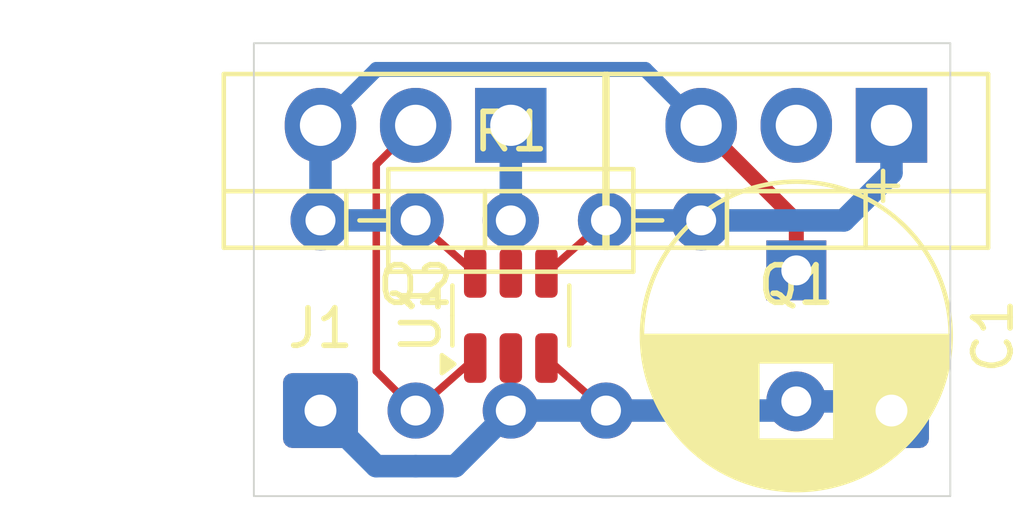
<source format=kicad_pcb>
(kicad_pcb (version 20241229) (generator "pcbnew") (generator_version "9.0")
  (layers (0 "F.Cu" signal) (2 "B.Cu" signal) (13 "F.Paste" user) (15 "B.Paste" user) (5 "F.SilkS" user "F.Silkscreen") (7 "B.SilkS" user "B.Silkscreen") (1 "F.Mask" user) (3 "B.Mask" user) (25 "Edge.Cuts" user))
  (net 0 "")
  (net 1 "GND")
  (net 2 "/+vout")
  (net 3 "/+vin")
  (net 4 "Net-(Q1-G)")
  (net 5 "Net-(Q2-G)")
  (net 6 "/+batt")
  (footprint "loadsharing:TSOT-23-6" (layer "F.Cu") (at 146.05 71.12 90)
    (property "Reference" "U1" (at 0 -2.4 90) (layer "F.SilkS"))
    (property "Value" "LTC4412xS6")
    (fp_line (start 1.1375 -0.95) (end 2.54 -2.54) (stroke (width 0.2)) (layer "F.Cu"))
    (fp_line (start -1.1375 -0.95) (end -2.54 -2.54) (stroke (width 0.2)) (layer "F.Cu"))
    (fp_line (start 1.1375 0) (end 2.54 0) (stroke (width 0.2)) (layer "F.Cu"))
    (fp_line (start -1.1375 0) (end -2.54 0) (stroke (width 0.2)) (layer "F.Cu"))
    (fp_line (start 1.1375 0.95) (end 2.54 2.54) (stroke (width 0.2)) (layer "F.Cu"))
    (fp_line (start -1.1375 0.95) (end -2.54 2.54) (stroke (width 0.2)) (layer "F.Cu"))
    (fp_line (start 0 -1.56) (end 0.8 -1.56) (stroke (width 0.12)) (layer "F.SilkS"))
    (fp_line (start 0 -1.56) (end -0.8 -1.56) (stroke (width 0.12)) (layer "F.SilkS"))
    (fp_line (start 0 1.56) (end 0.8 1.56) (stroke (width 0.12)) (layer "F.SilkS"))
    (fp_line (start 0 1.56) (end -0.8 1.56) (stroke (width 0.12)) (layer "F.SilkS"))
    (fp_poly (pts (xy -1.3 -1.51) (xy -1.54 -1.84) (xy -1.06 -1.84)) (stroke (width 0.12)) (fill yes) (layer "F.SilkS"))
    (pad "" smd roundrect (at -1.1375 -0.95 90) (size 1.325 0.6) (layers "F.Cu" "F.Mask" "F.Paste"))
    (pad "" smd roundrect (at -1.1375 0 90) (size 1.325 0.6) (layers "F.Cu" "F.Mask" "F.Paste"))
    (pad "" smd roundrect (at -1.1375 0.95 90) (size 1.325 0.6) (layers "F.Cu" "F.Mask" "F.Paste"))
    (pad "" smd roundrect (at 1.1375 -0.95 90) (size 1.325 0.6) (layers "F.Cu" "F.Mask" "F.Paste"))
    (pad "" smd roundrect (at 1.1375 0 90) (size 1.325 0.6) (layers "F.Cu" "F.Mask" "F.Paste"))
    (pad "" smd roundrect (at 1.1375 0.95 90) (size 1.325 0.6) (layers "F.Cu" "F.Mask" "F.Paste"))
    (pad "1" thru_hole circle (at -2.54 -2.54 90) (size 1.5 1.5) (drill 0.8) (layers "*.Cu" "F.Mask" "F.Paste") (net 6 "/+batt"))
    (pad "2" thru_hole circle (at -2.54 0 90) (size 1.5 1.5) (drill 0.8) (layers "*.Cu" "F.Mask" "F.Paste") (net 1 "GND"))
    (pad "3" thru_hole circle (at -2.54 2.54 90) (size 1.5 1.5) (drill 0.8) (layers "*.Cu" "F.Mask" "F.Paste") (net 1 "GND"))
    (pad "4" thru_hole circle (at 2.54 2.54 90) (size 1.5 1.5) (drill 0.8) (layers "*.Cu" "F.Mask" "F.Paste") (net 4 "Net-(Q1-G)"))
    (pad "5" thru_hole circle (at 2.54 0 90) (size 1.5 1.5) (drill 0.8) (layers "*.Cu" "F.Mask" "F.Paste") (net 5 "Net-(Q2-G)"))
    (pad "6" thru_hole circle (at 2.54 -2.54 90) (size 1.5 1.5) (drill 0.8) (layers "*.Cu" "F.Mask" "F.Paste") (net 2 "/+vout"))
  )
  (footprint "loadsharing:SolderWire-0.25sqmm_1x01_D0.65mm_OD2mm" (layer "F.Cu") (at 140.97 73.66)
    (property "Reference" "J1" (at 0 -2.2 0) (layer "F.SilkS"))
    (property "Value" "Screw_Terminal_01x01")
    (pad "1" thru_hole roundrect (at 0 0) (size 2 2) (drill 0.85) (layers "*.Cu" "*.Mask") (roundrect_rratio 0.125) (net 1 "GND"))
  )
  (footprint "loadsharing:TO-220-3_Vertical" (layer "F.Cu") (at 156.21 66.04 180)
    (property "Reference" "Q1" (at 2.54 -4.27 0) (layer "F.SilkS"))
    (property "Value" "IRF4905")
    (fp_line (start 7.66 -3.27) (end 7.66 1.371) (stroke (width 0.12)) (layer "F.SilkS"))
    (fp_line (start 4.391 -3.27) (end 4.391 -1.76) (stroke (width 0.12)) (layer "F.SilkS"))
    (fp_line (start 0.69 -3.27) (end 0.69 -1.76) (stroke (width 0.12)) (layer "F.SilkS"))
    (fp_line (start -2.58 1.371) (end 7.66 1.371) (stroke (width 0.12)) (layer "F.SilkS"))
    (fp_line (start -2.58 -1.76) (end 7.66 -1.76) (stroke (width 0.12)) (layer "F.SilkS"))
    (fp_line (start -2.58 -3.27) (end 7.66 -3.27) (stroke (width 0.12)) (layer "F.SilkS"))
    (fp_line (start -2.58 -3.27) (end -2.58 1.371) (stroke (width 0.12)) (layer "F.SilkS"))
    (pad "1" thru_hole rect (at 0 0 180) (size 1.905 2) (drill 1.1) (layers "*.Cu" "*.Mask") (net 4 "Net-(Q1-G)"))
    (pad "2" thru_hole oval (at 2.54 0 180) (size 1.905 2) (drill 1.1) (layers "*.Cu" "*.Mask") (net 3 "/+vin"))
    (pad "3" thru_hole oval (at 5.08 0 180) (size 1.905 2) (drill 1.1) (layers "*.Cu" "*.Mask") (net 2 "/+vout"))
  )
  (footprint "loadsharing:R_Axial_DIN0207_L6.3mm_D2.5mm_P10.16mm_Horizontal" (layer "F.Cu") (at 140.97 68.58)
    (property "Reference" "R1" (at 5.08 -2.37 0) (layer "F.SilkS"))
    (property "Value" "470k")
    (fp_line (start 1.04 0) (end 1.81 0) (stroke (width 0.12)) (layer "F.SilkS"))
    (fp_line (start 1.81 -1.37) (end 1.81 1.37) (stroke (width 0.12)) (layer "F.SilkS"))
    (fp_line (start 1.81 1.37) (end 8.35 1.37) (stroke (width 0.12)) (layer "F.SilkS"))
    (fp_line (start 8.35 -1.37) (end 1.81 -1.37) (stroke (width 0.12)) (layer "F.SilkS"))
    (fp_line (start 8.35 1.37) (end 8.35 -1.37) (stroke (width 0.12)) (layer "F.SilkS"))
    (fp_line (start 9.12 0) (end 8.35 0) (stroke (width 0.12)) (layer "F.SilkS"))
    (pad "1" thru_hole circle (at 0 0) (size 1.6 1.6) (drill 0.8) (layers "*.Cu" "*.Mask") (net 2 "/+vout"))
    (pad "2" thru_hole oval (at 10.16 0) (size 1.6 1.6) (drill 0.8) (layers "*.Cu" "*.Mask") (net 4 "Net-(Q1-G)"))
  )
  (footprint "loadsharing:" (layer "F.Cu") (at 156.21 73.66)
    (property "Reference" "" (at 0 0 0) (layer "F.SilkS") (effects (font (size 1.27 1.27))))
    (property "Value" "")
    (pad "1" thru_hole roundrect (at 0 0) (size 2 2) (drill 0.85) (layers "*.Cu" "*.Mask") (roundrect_rratio 0.125) (net 1 "GND"))
  )
  (footprint "loadsharing:TO-220-3_Vertical" (layer "F.Cu") (at 146.05 66.04 180)
    (property "Reference" "Q2" (at 2.54 -4.27 0) (layer "F.SilkS"))
    (property "Value" "IRF4905")
    (fp_line (start 7.66 -3.27) (end 7.66 1.371) (stroke (width 0.12)) (layer "F.SilkS"))
    (fp_line (start 4.391 -3.27) (end 4.391 -1.76) (stroke (width 0.12)) (layer "F.SilkS"))
    (fp_line (start 0.69 -3.27) (end 0.69 -1.76) (stroke (width 0.12)) (layer "F.SilkS"))
    (fp_line (start -2.58 1.371) (end 7.66 1.371) (stroke (width 0.12)) (layer "F.SilkS"))
    (fp_line (start -2.58 -1.76) (end 7.66 -1.76) (stroke (width 0.12)) (layer "F.SilkS"))
    (fp_line (start -2.58 -3.27) (end 7.66 -3.27) (stroke (width 0.12)) (layer "F.SilkS"))
    (fp_line (start -2.58 -3.27) (end -2.58 1.371) (stroke (width 0.12)) (layer "F.SilkS"))
    (pad "1" thru_hole rect (at 0 0 180) (size 1.905 2) (drill 1.1) (layers "*.Cu" "*.Mask") (net 5 "Net-(Q2-G)"))
    (pad "2" thru_hole oval (at 2.54 0 180) (size 1.905 2) (drill 1.1) (layers "*.Cu" "*.Mask") (net 6 "/+batt"))
    (pad "3" thru_hole oval (at 5.08 0 180) (size 1.905 2) (drill 1.1) (layers "*.Cu" "*.Mask") (net 2 "/+vout"))
  )
  (footprint "loadsharing:CP_Radial_D8.0mm_P3.50mm" (layer "F.Cu") (at 153.67 69.915126 -90)
    (property "Reference" "C1" (at 1.749999 -5.25 90) (layer "F.SilkS"))
    (property "Value" "47u")
    (fp_line (start 2.87 1.040001) (end 2.87 3.925001) (stroke (width 0.12)) (layer "F.SilkS"))
    (fp_line (start 3.03 1.040001) (end 3.03 3.875999) (stroke (width 0.12)) (layer "F.SilkS"))
    (fp_line (start 3.47 1.040001) (end 3.47 3.704) (stroke (width 0.12)) (layer "F.SilkS"))
    (fp_line (start 3.91 1.040001) (end 3.91 3.468) (stroke (width 0.12)) (layer "F.SilkS"))
    (fp_line (start 4.35 1.040001) (end 4.349999 3.156) (stroke (width 0.12)) (layer "F.SilkS"))
    (fp_line (start 2.47 1.04) (end 2.47 4.017) (stroke (width 0.12)) (layer "F.SilkS"))
    (fp_line (start 2.51 1.04) (end 2.51 4.009) (stroke (width 0.12)) (layer "F.SilkS"))
    (fp_line (start 2.55 1.04) (end 2.55 4.002) (stroke (width 0.12)) (layer "F.SilkS"))
    (fp_line (start 2.590001 1.04) (end 2.59 3.993) (stroke (width 0.12)) (layer "F.SilkS"))
    (fp_line (start 2.63 1.04) (end 2.63 3.985) (stroke (width 0.12)) (layer "F.SilkS"))
    (fp_line (start 2.67 1.04) (end 2.670001 3.976) (stroke (width 0.12)) (layer "F.SilkS"))
    (fp_line (start 2.709999 1.04) (end 2.71 3.967) (stroke (width 0.12)) (layer "F.SilkS"))
    (fp_line (start 2.75 1.04) (end 2.75 3.957) (stroke (width 0.12)) (layer "F.SilkS"))
    (fp_line (start 2.79 1.04) (end 2.789999 3.947) (stroke (width 0.12)) (layer "F.SilkS"))
    (fp_line (start 2.83 1.04) (end 2.83 3.936) (stroke (width 0.12)) (layer "F.SilkS"))
    (fp_line (start 2.91 1.04) (end 2.91 3.913) (stroke (width 0.12)) (layer "F.SilkS"))
    (fp_line (start 2.95 1.04) (end 2.95 3.901001) (stroke (width 0.12)) (layer "F.SilkS"))
    (fp_line (start 2.99 1.04) (end 2.99 3.889) (stroke (width 0.12)) (layer "F.SilkS"))
    (fp_line (start 3.07 1.04) (end 3.07 3.863) (stroke (width 0.12)) (layer "F.SilkS"))
    (fp_line (start 3.11 1.04) (end 3.11 3.849) (stroke (width 0.12)) (layer "F.SilkS"))
    (fp_line (start 3.149999 1.04) (end 3.15 3.835) (stroke (width 0.12)) (layer "F.SilkS"))
    (fp_line (start 3.190001 1.04) (end 3.190001 3.82) (stroke (width 0.12)) (layer "F.SilkS"))
    (fp_line (start 3.23 1.04) (end 3.23 3.805) (stroke (width 0.12)) (layer "F.SilkS"))
    (fp_line (start 3.27 1.04) (end 3.27 3.789) (stroke (width 0.12)) (layer "F.SilkS"))
    (fp_line (start 3.309999 1.04) (end 3.31 3.772999) (stroke (width 0.12)) (layer "F.SilkS"))
    (fp_line (start 3.35 1.04) (end 3.35 3.757) (stroke (width 0.12)) (layer "F.SilkS"))
    (fp_line (start 3.39 1.04) (end 3.39 3.739999) (stroke (width 0.12)) (layer "F.SilkS"))
    (fp_line (start 3.43 1.04) (end 3.43 3.722) (stroke (width 0.12)) (layer "F.SilkS"))
    (fp_line (start 3.51 1.04) (end 3.51 3.685) (stroke (width 0.12)) (layer "F.SilkS"))
    (fp_line (start 3.55 1.04) (end 3.550001 3.666) (stroke (width 0.12)) (layer "F.SilkS"))
    (fp_line (start 3.59 1.04) (end 3.59 3.646) (stroke (width 0.12)) (layer "F.SilkS"))
    (fp_line (start 3.630001 1.04) (end 3.63 3.626) (stroke (width 0.12)) (layer "F.SilkS"))
    (fp_line (start 3.67 1.04) (end 3.67 3.605) (stroke (width 0.12)) (layer "F.SilkS"))
    (fp_line (start 3.71 1.04) (end 3.71 3.584) (stroke (width 0.12)) (layer "F.SilkS"))
    (fp_line (start 3.749999 1.04) (end 3.75 3.562) (stroke (width 0.12)) (layer "F.SilkS"))
    (fp_line (start 3.79 1.04) (end 3.79 3.539) (stroke (width 0.12)) (layer "F.SilkS"))
    (fp_line (start 3.83 1.04) (end 3.83 3.515999) (stroke (width 0.12)) (layer "F.SilkS"))
    (fp_line (start 3.87 1.04) (end 3.87 3.493) (stroke (width 0.12)) (layer "F.SilkS"))
    (fp_line (start 3.95 1.04) (end 3.95 3.443) (stroke (width 0.12)) (layer "F.SilkS"))
    (fp_line (start 3.99 1.04) (end 3.99 3.418) (stroke (width 0.12)) (layer "F.SilkS"))
    (fp_line (start 4.03 1.04) (end 4.03 3.392) (stroke (width 0.12)) (layer "F.SilkS"))
    (fp_line (start 4.070001 1.04) (end 4.07 3.365) (stroke (width 0.12)) (layer "F.SilkS"))
    (fp_line (start 4.11 1.04) (end 4.11 3.337) (stroke (width 0.12)) (layer "F.SilkS"))
    (fp_line (start 4.15 1.04) (end 4.15 3.309) (stroke (width 0.12)) (layer "F.SilkS"))
    (fp_line (start 4.189999 1.04) (end 4.19 3.28) (stroke (width 0.12)) (layer "F.SilkS"))
    (fp_line (start 4.23 1.04) (end 4.23 3.25) (stroke (width 0.12)) (layer "F.SilkS"))
    (fp_line (start 4.27 1.04) (end 4.27 3.219) (stroke (width 0.12)) (layer "F.SilkS"))
    (fp_line (start 4.31 1.04) (end 4.31 3.188) (stroke (width 0.12)) (layer "F.SilkS"))
    (fp_line (start 4.39 1.04) (end 4.39 3.123) (stroke (width 0.12)) (layer "F.SilkS"))
    (fp_line (start 4.43 1.04) (end 4.43 3.089) (stroke (width 0.12)) (layer "F.SilkS"))
    (fp_line (start 4.47 1.04) (end 4.47 3.055) (stroke (width 0.12)) (layer "F.SilkS"))
    (fp_line (start 4.510001 1.04) (end 4.51 3.019) (stroke (width 0.12)) (layer "F.SilkS"))
    (fp_line (start 5.83 -0.532999) (end 5.83 0.532999) (stroke (width 0.12)) (layer "F.SilkS"))
    (fp_line (start 5.79 -0.768) (end 5.79 0.768) (stroke (width 0.12)) (layer "F.SilkS"))
    (fp_line (start 5.75 -0.947) (end 5.75 0.947) (stroke (width 0.12)) (layer "F.SilkS"))
    (fp_line (start 5.71 -1.097) (end 5.71 1.097) (stroke (width 0.12)) (layer "F.SilkS"))
    (fp_line (start 5.67 -1.228001) (end 5.67 1.228001) (stroke (width 0.12)) (layer "F.SilkS"))
    (fp_line (start 5.63 -1.346) (end 5.63 1.346) (stroke (width 0.12)) (layer "F.SilkS"))
    (fp_line (start 5.59 -1.453) (end 5.59 1.453) (stroke (width 0.12)) (layer "F.SilkS"))
    (fp_line (start 5.55 -1.552) (end 5.55 1.552) (stroke (width 0.12)) (layer "F.SilkS"))
    (fp_line (start 5.51 -1.644) (end 5.51 1.644) (stroke (width 0.12)) (layer "F.SilkS"))
    (fp_line (start 5.47 -1.731) (end 5.47 1.731) (stroke (width 0.12)) (layer "F.SilkS"))
    (fp_line (start 5.43 -1.813) (end 5.43 1.813) (stroke (width 0.12)) (layer "F.SilkS"))
    (fp_line (start 5.39 -1.89) (end 5.39 1.89) (stroke (width 0.12)) (layer "F.SilkS"))
    (fp_line (start 5.35 -1.964) (end 5.35 1.964) (stroke (width 0.12)) (layer "F.SilkS"))
    (fp_line (start 5.31 -2.034) (end 5.31 2.034) (stroke (width 0.12)) (layer "F.SilkS"))
    (fp_line (start 5.27 -2.101) (end 5.27 2.101) (stroke (width 0.12)) (layer "F.SilkS"))
    (fp_line (start 5.23 -2.165) (end 5.23 2.165) (stroke (width 0.12)) (layer "F.SilkS"))
    (fp_line (start 5.19 -2.227) (end 5.19 2.227) (stroke (width 0.12)) (layer "F.SilkS"))
    (fp_line (start 5.15 -2.287) (end 5.15 2.287) (stroke (width 0.12)) (layer "F.SilkS"))
    (fp_line (start -2.659698 -2.315) (end -1.859698 -2.315) (stroke (width 0.12)) (layer "F.SilkS"))
    (fp_line (start 5.11 -2.344) (end 5.11 2.344) (stroke (width 0.12)) (layer "F.SilkS"))
    (fp_line (start 5.07 -2.4) (end 5.07 2.4) (stroke (width 0.12)) (layer "F.SilkS"))
    (fp_line (start 5.03 -2.453) (end 5.03 2.453) (stroke (width 0.12)) (layer "F.SilkS"))
    (fp_line (start 4.99 -2.505) (end 4.99 2.505) (stroke (width 0.12)) (layer "F.SilkS"))
    (fp_line (start 4.95 -2.555) (end 4.95 2.555) (stroke (width 0.12)) (layer "F.SilkS"))
    (fp_line (start 4.91 -2.604) (end 4.91 2.604) (stroke (width 0.12)) (layer "F.SilkS"))
    (fp_line (start 4.87 -2.651) (end 4.87 2.651) (stroke (width 0.12)) (layer "F.SilkS"))
    (fp_line (start 4.83 -2.696) (end 4.83 2.696) (stroke (width 0.12)) (layer "F.SilkS"))
    (fp_line (start -2.259698 -2.715) (end -2.259698 -1.915) (stroke (width 0.12)) (layer "F.SilkS"))
    (fp_line (start 4.79 -2.741) (end 4.79 2.741) (stroke (width 0.12)) (layer "F.SilkS"))
    (fp_line (start 4.75 -2.784) (end 4.75 2.784) (stroke (width 0.12)) (layer "F.SilkS"))
    (fp_line (start 4.71 -2.826) (end 4.71 2.826) (stroke (width 0.12)) (layer "F.SilkS"))
    (fp_line (start 4.67 -2.867) (end 4.67 2.867) (stroke (width 0.12)) (layer "F.SilkS"))
    (fp_line (start 4.63 -2.906) (end 4.63 2.906) (stroke (width 0.12)) (layer "F.SilkS"))
    (fp_line (start 4.590001 -2.945) (end 4.590001 2.945) (stroke (width 0.12)) (layer "F.SilkS"))
    (fp_line (start 4.549999 -2.982) (end 4.549999 2.982) (stroke (width 0.12)) (layer "F.SilkS"))
    (fp_line (start 4.51 -3.019) (end 4.510001 -1.04) (stroke (width 0.12)) (layer "F.SilkS"))
    (fp_line (start 4.47 -3.055) (end 4.47 -1.04) (stroke (width 0.12)) (layer "F.SilkS"))
    (fp_line (start 4.43 -3.089) (end 4.43 -1.04) (stroke (width 0.12)) (layer "F.SilkS"))
    (fp_line (start 4.39 -3.123) (end 4.39 -1.04) (stroke (width 0.12)) (layer "F.SilkS"))
    (fp_line (start 4.349999 -3.156) (end 4.35 -1.040001) (stroke (width 0.12)) (layer "F.SilkS"))
    (fp_line (start 4.31 -3.188) (end 4.31 -1.04) (stroke (width 0.12)) (layer "F.SilkS"))
    (fp_line (start 4.27 -3.219) (end 4.27 -1.04) (stroke (width 0.12)) (layer "F.SilkS"))
    (fp_line (start 4.23 -3.25) (end 4.23 -1.04) (stroke (width 0.12)) (layer "F.SilkS"))
    (fp_line (start 4.19 -3.28) (end 4.189999 -1.04) (stroke (width 0.12)) (layer "F.SilkS"))
    (fp_line (start 4.15 -3.309) (end 4.15 -1.04) (stroke (width 0.12)) (layer "F.SilkS"))
    (fp_line (start 4.11 -3.337) (end 4.11 -1.04) (stroke (width 0.12)) (layer "F.SilkS"))
    (fp_line (start 4.07 -3.365) (end 4.070001 -1.04) (stroke (width 0.12)) (layer "F.SilkS"))
    (fp_line (start 4.03 -3.392) (end 4.03 -1.04) (stroke (width 0.12)) (layer "F.SilkS"))
    (fp_line (start 3.99 -3.418) (end 3.99 -1.04) (stroke (width 0.12)) (layer "F.SilkS"))
    (fp_line (start 3.95 -3.443) (end 3.95 -1.04) (stroke (width 0.12)) (layer "F.SilkS"))
    (fp_line (start 3.91 -3.468) (end 3.91 -1.040001) (stroke (width 0.12)) (layer "F.SilkS"))
    (fp_line (start 3.87 -3.493) (end 3.87 -1.04) (stroke (width 0.12)) (layer "F.SilkS"))
    (fp_line (start 3.83 -3.515999) (end 3.83 -1.04) (stroke (width 0.12)) (layer "F.SilkS"))
    (fp_line (start 3.79 -3.539) (end 3.79 -1.04) (stroke (width 0.12)) (layer "F.SilkS"))
    (fp_line (start 3.75 -3.562) (end 3.749999 -1.04) (stroke (width 0.12)) (layer "F.SilkS"))
    (fp_line (start 3.71 -3.584) (end 3.71 -1.04) (stroke (width 0.12)) (layer "F.SilkS"))
    (fp_line (start 3.67 -3.605) (end 3.67 -1.04) (stroke (width 0.12)) (layer "F.SilkS"))
    (fp_line (start 3.63 -3.626) (end 3.630001 -1.04) (stroke (width 0.12)) (layer "F.SilkS"))
    (fp_line (start 3.59 -3.646) (end 3.59 -1.04) (stroke (width 0.12)) (layer "F.SilkS"))
    (fp_line (start 3.550001 -3.666) (end 3.55 -1.04) (stroke (width 0.12)) (layer "F.SilkS"))
    (fp_line (start 3.51 -3.685) (end 3.51 -1.04) (stroke (width 0.12)) (layer "F.SilkS"))
    (fp_line (start 3.47 -3.704) (end 3.47 -1.040001) (stroke (width 0.12)) (layer "F.SilkS"))
    (fp_line (start 3.43 -3.722) (end 3.43 -1.04) (stroke (width 0.12)) (layer "F.SilkS"))
    (fp_line (start 3.39 -3.739999) (end 3.39 -1.04) (stroke (width 0.12)) (layer "F.SilkS"))
    (fp_line (start 3.35 -3.757) (end 3.35 -1.04) (stroke (width 0.12)) (layer "F.SilkS"))
    (fp_line (start 3.31 -3.772999) (end 3.309999 -1.04) (stroke (width 0.12)) (layer "F.SilkS"))
    (fp_line (start 3.27 -3.789) (end 3.27 -1.04) (stroke (width 0.12)) (layer "F.SilkS"))
    (fp_line (start 3.23 -3.805) (end 3.23 -1.04) (stroke (width 0.12)) (layer "F.SilkS"))
    (fp_line (start 3.190001 -3.82) (end 3.190001 -1.04) (stroke (width 0.12)) (layer "F.SilkS"))
    (fp_line (start 3.15 -3.835) (end 3.149999 -1.04) (stroke (width 0.12)) (layer "F.SilkS"))
    (fp_line (start 3.11 -3.849) (end 3.11 -1.04) (stroke (width 0.12)) (layer "F.SilkS"))
    (fp_line (start 3.07 -3.863) (end 3.07 -1.04) (stroke (width 0.12)) (layer "F.SilkS"))
    (fp_line (start 3.03 -3.875999) (end 3.03 -1.040001) (stroke (width 0.12)) (layer "F.SilkS"))
    (fp_line (start 2.99 -3.889) (end 2.99 -1.04) (stroke (width 0.12)) (layer "F.SilkS"))
    (fp_line (start 2.95 -3.901001) (end 2.95 -1.04) (stroke (width 0.12)) (layer "F.SilkS"))
    (fp_line (start 2.91 -3.913) (end 2.91 -1.04) (stroke (width 0.12)) (layer "F.SilkS"))
    (fp_line (start 2.87 -3.925001) (end 2.87 -1.040001) (stroke (width 0.12)) (layer "F.SilkS"))
    (fp_line (start 2.83 -3.936) (end 2.83 -1.04) (stroke (width 0.12)) (layer "F.SilkS"))
    (fp_line (start 2.789999 -3.947) (end 2.79 -1.04) (stroke (width 0.12)) (layer "F.SilkS"))
    (fp_line (start 2.75 -3.957) (end 2.75 -1.04) (stroke (width 0.12)) (layer "F.SilkS"))
    (fp_line (start 2.71 -3.967) (end 2.709999 -1.04) (stroke (width 0.12)) (layer "F.SilkS"))
    (fp_line (start 2.670001 -3.976) (end 2.67 -1.04) (stroke (width 0.12)) (layer "F.SilkS"))
    (fp_line (start 2.63 -3.985) (end 2.63 -1.04) (stroke (width 0.12)) (layer "F.SilkS"))
    (fp_line (start 2.59 -3.993) (end 2.590001 -1.04) (stroke (width 0.12)) (layer "F.SilkS"))
    (fp_line (start 2.55 -4.002) (end 2.55 -1.04) (stroke (width 0.12)) (layer "F.SilkS"))
    (fp_line (start 2.51 -4.009) (end 2.51 -1.04) (stroke (width 0.12)) (layer "F.SilkS"))
    (fp_line (start 2.47 -4.017) (end 2.47 -1.04) (stroke (width 0.12)) (layer "F.SilkS"))
    (fp_line (start 2.43 -4.023) (end 2.43 4.023) (stroke (width 0.12)) (layer "F.SilkS"))
    (fp_line (start 2.39 -4.03) (end 2.39 4.03) (stroke (width 0.12)) (layer "F.SilkS"))
    (fp_line (start 2.35 -4.036) (end 2.35 4.036) (stroke (width 0.12)) (layer "F.SilkS"))
    (fp_line (start 2.31 -4.042) (end 2.31 4.042) (stroke (width 0.12)) (layer "F.SilkS"))
    (fp_line (start 2.27 -4.047001) (end 2.27 4.047001) (stroke (width 0.12)) (layer "F.SilkS"))
    (fp_line (start 2.23 -4.052) (end 2.23 4.052) (stroke (width 0.12)) (layer "F.SilkS"))
    (fp_line (start 2.19 -4.056) (end 2.19 4.056) (stroke (width 0.12)) (layer "F.SilkS"))
    (fp_line (start 2.15 -4.061) (end 2.15 4.061) (stroke (width 0.12)) (layer "F.SilkS"))
    (fp_line (start 2.11 -4.064) (end 2.11 4.064) (stroke (width 0.12)) (layer "F.SilkS"))
    (fp_line (start 2.07 -4.067999) (end 2.07 4.067999) (stroke (width 0.12)) (layer "F.SilkS"))
    (fp_line (start 2.03 -4.07) (end 2.03 4.07) (stroke (width 0.12)) (layer "F.SilkS"))
    (fp_line (start 1.99 -4.072999) (end 1.99 4.072999) (stroke (width 0.12)) (layer "F.SilkS"))
    (fp_line (start 1.95 -4.075) (end 1.95 4.075) (stroke (width 0.12)) (layer "F.SilkS"))
    (fp_line (start 1.91 -4.077) (end 1.91 4.077) (stroke (width 0.12)) (layer "F.SilkS"))
    (fp_line (start 1.87 -4.078) (end 1.87 4.078) (stroke (width 0.12)) (layer "F.SilkS"))
    (fp_line (start 1.83 -4.079) (end 1.83 4.079) (stroke (width 0.12)) (layer "F.SilkS"))
    (fp_line (start 1.75 -4.08) (end 1.75 4.08) (stroke (width 0.12)) (layer "F.SilkS"))
    (fp_line (start 1.79 -4.08) (end 1.79 4.08) (stroke (width 0.12)) (layer "F.SilkS"))
    (fp_circle (center 1.75 0) (end 5.87 0) (stroke (width 0.12)) (fill no) (layer "F.SilkS"))
    (pad "1" thru_hole rect (at 0 0 270) (size 1.6 1.6) (drill 0.8) (layers "*.Cu" "*.Mask") (net 2 "/+vout"))
    (pad "2" thru_hole circle (at 3.5 0 270) (size 1.6 1.6) (drill 0.8) (layers "*.Cu" "*.Mask") (net 1 "GND"))
  )
  (gr_rect (start 139.192 63.846) (end 157.78 75.946) (stroke (width 0.05)) (fill no) (layer "Edge.Cuts"))
  (segment (start 155.965126 73.415126) (end 156.21 73.66) (width 0.6) (layer "B.Cu") (net 1))
  (segment (start 148.59 73.66) (end 153.425126 73.66) (width 0.6) (layer "B.Cu") (net 1))
  (segment (start 153.67 73.415126) (end 155.965126 73.415126) (width 0.6) (layer "B.Cu") (net 1))
  (segment (start 146.05 73.66) (end 144.565 75.145) (width 0.6) (layer "B.Cu") (net 1))
  (segment (start 146.05 73.66) (end 148.59 73.66) (width 0.6) (layer "B.Cu") (net 1))
  (segment (start 144.565 75.145) (end 143.51 75.145) (width 0.6) (layer "B.Cu") (net 1))
  (segment (start 153.425126 73.66) (end 153.67 73.415126) (width 0.6) (layer "B.Cu") (net 1))
  (segment (start 142.455 75.145) (end 143.51 75.145) (width 0.6) (layer "B.Cu") (net 1))
  (segment (start 140.97 73.66) (end 142.455 75.145) (width 0.6) (layer "B.Cu") (net 1))
  (segment (start 153.67 68.58) (end 153.67 69.915126) (width 0.4) (layer "F.Cu") (net 2))
  (segment (start 151.13 66.04) (end 153.67 68.58) (width 0.4) (layer "F.Cu") (net 2))
  (segment (start 142.463 64.547) (end 149.637 64.547) (width 0.4) (layer "B.Cu") (net 2))
  (segment (start 140.97 66.04) (end 140.97 68.58) (width 0.6) (layer "B.Cu") (net 2))
  (segment (start 149.637 64.547) (end 151.13 66.04) (width 0.4) (layer "B.Cu") (net 2))
  (segment (start 140.97 68.58) (end 143.51 68.58) (width 0.6) (layer "B.Cu") (net 2))
  (segment (start 140.97 66.04) (end 142.463 64.547) (width 0.4) (layer "B.Cu") (net 2))
  (segment (start 148.59 68.58) (end 151.13 68.58) (width 0.6) (layer "B.Cu") (net 4))
  (segment (start 151.13 68.58) (end 154.94 68.58) (width 0.6) (layer "B.Cu") (net 4))
  (segment (start 154.94 68.58) (end 156.21 67.31) (width 0.6) (layer "B.Cu") (net 4))
  (segment (start 156.21 67.31) (end 156.21 66.04) (width 0.6) (layer "B.Cu") (net 4))
  (segment (start 146.05 66.04) (end 146.05 68.58) (width 0.6) (layer "B.Cu") (net 5))
  (segment (start 143.51 66.04) (end 142.459 67.091) (width 0.2) (layer "F.Cu") (net 6))
  (segment (start 143.209275 73.359275) (end 143.244736 73.359275) (width 0.2) (layer "F.Cu") (net 6))
  (segment (start 142.459 67.091) (end 142.459 72.609) (width 0.2) (layer "F.Cu") (net 6))
  (segment (start 142.459 72.609) (end 143.209275 73.359275) (width 0.2) (layer "F.Cu") (net 6))
)
</source>
